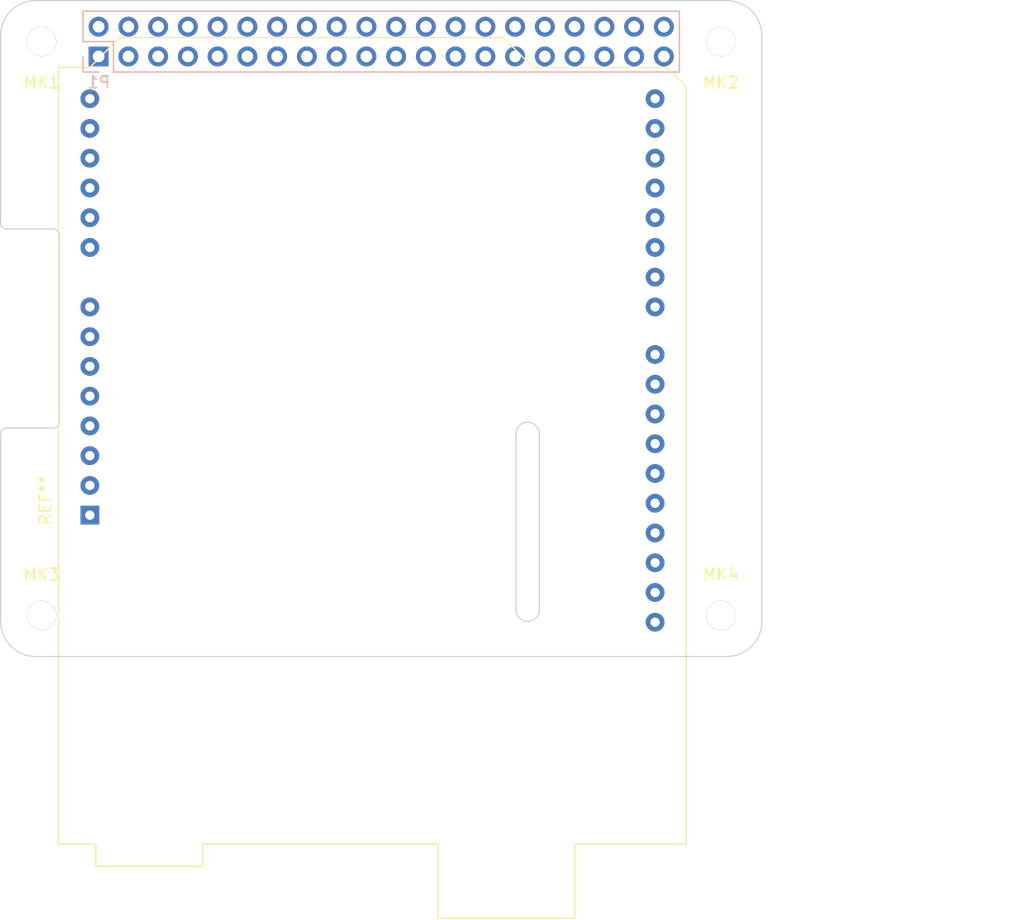
<source format=kicad_pcb>
(kicad_pcb (version 20190331) (host pcbnew "6.0.0-unknown-f1a38a6~86~ubuntu18.04.1")

  (general
    (thickness 1.6)
    (drawings 39)
    (tracks 0)
    (modules 6)
    (nets 32)
  )

  (page "A3")
  (title_block
    (date "15 nov 2012")
  )

  (layers
    (0 "F.Cu" signal)
    (31 "B.Cu" signal)
    (32 "B.Adhes" user)
    (33 "F.Adhes" user)
    (34 "B.Paste" user)
    (35 "F.Paste" user)
    (36 "B.SilkS" user)
    (37 "F.SilkS" user)
    (38 "B.Mask" user)
    (39 "F.Mask" user)
    (40 "Dwgs.User" user)
    (41 "Cmts.User" user)
    (42 "Eco1.User" user)
    (43 "Eco2.User" user)
    (44 "Edge.Cuts" user)
  )

  (setup
    (last_trace_width 0.2)
    (trace_clearance 0.2)
    (zone_clearance 0.508)
    (zone_45_only no)
    (trace_min 0.1524)
    (via_size 0.9)
    (via_drill 0.6)
    (via_min_size 0.8)
    (via_min_drill 0.5)
    (uvia_size 0.5)
    (uvia_drill 0.1)
    (uvias_allowed no)
    (uvia_min_size 0.5)
    (uvia_min_drill 0.1)
    (edge_width 0.1)
    (segment_width 0.1)
    (pcb_text_width 0.3)
    (pcb_text_size 1 1)
    (mod_edge_width 0.15)
    (mod_text_size 1 1)
    (mod_text_width 0.15)
    (pad_size 2.5 2.5)
    (pad_drill 2.5)
    (pad_to_mask_clearance 0)
    (aux_axis_origin 200 150)
    (grid_origin 200 150)
    (visible_elements 7FFFFFFF)
    (pcbplotparams
      (layerselection 0x00030_80000001)
      (usegerberextensions true)
      (usegerberattributes false)
      (usegerberadvancedattributes false)
      (creategerberjobfile false)
      (excludeedgelayer true)
      (linewidth 0.150000)
      (plotframeref false)
      (viasonmask false)
      (mode 1)
      (useauxorigin false)
      (hpglpennumber 1)
      (hpglpenspeed 20)
      (hpglpendiameter 15.000000)
      (psnegative false)
      (psa4output false)
      (plotreference true)
      (plotvalue true)
      (plotinvisibletext false)
      (padsonsilk false)
      (subtractmaskfromsilk false)
      (outputformat 1)
      (mirror false)
      (drillshape 1)
      (scaleselection 1)
      (outputdirectory ""))
  )

  (net 0 "")
  (net 1 "+3V3")
  (net 2 "+5V")
  (net 3 "GND")
  (net 4 "/ID_SD")
  (net 5 "/ID_SC")
  (net 6 "/GPIO5")
  (net 7 "/GPIO6")
  (net 8 "/GPIO26")
  (net 9 "/GPIO2(SDA1)")
  (net 10 "/GPIO3(SCL1)")
  (net 11 "/GPIO4(GCLK)")
  (net 12 "/GPIO14(TXD0)")
  (net 13 "/GPIO15(RXD0)")
  (net 14 "/GPIO17(GEN0)")
  (net 15 "/GPIO27(GEN2)")
  (net 16 "/GPIO22(GEN3)")
  (net 17 "/GPIO23(GEN4)")
  (net 18 "/GPIO24(GEN5)")
  (net 19 "/GPIO25(GEN6)")
  (net 20 "/GPIO18(GEN1)(PWM0)")
  (net 21 "/GPIO10(SPI0_MOSI)")
  (net 22 "/GPIO9(SPI0_MISO)")
  (net 23 "/GPIO11(SPI0_SCK)")
  (net 24 "/GPIO8(SPI0_CE_N)")
  (net 25 "/GPIO7(SPI1_CE_N)")
  (net 26 "/GPIO12(PWM0)")
  (net 27 "/GPIO13(PWM1)")
  (net 28 "/GPIO19(SPI1_MISO)")
  (net 29 "/GPIO16")
  (net 30 "/GPIO20(SPI1_MOSI)")
  (net 31 "/GPIO21(SPI1_SCK)")

  (net_class "Default" "This is the default net class."
    (clearance 0.2)
    (trace_width 0.2)
    (via_dia 0.9)
    (via_drill 0.6)
    (uvia_dia 0.5)
    (uvia_drill 0.1)
    (add_net "+3V3")
    (add_net "+5V")
    (add_net "/GPIO10(SPI0_MOSI)")
    (add_net "/GPIO11(SPI0_SCK)")
    (add_net "/GPIO12(PWM0)")
    (add_net "/GPIO13(PWM1)")
    (add_net "/GPIO14(TXD0)")
    (add_net "/GPIO15(RXD0)")
    (add_net "/GPIO16")
    (add_net "/GPIO17(GEN0)")
    (add_net "/GPIO18(GEN1)(PWM0)")
    (add_net "/GPIO19(SPI1_MISO)")
    (add_net "/GPIO2(SDA1)")
    (add_net "/GPIO20(SPI1_MOSI)")
    (add_net "/GPIO21(SPI1_SCK)")
    (add_net "/GPIO22(GEN3)")
    (add_net "/GPIO23(GEN4)")
    (add_net "/GPIO24(GEN5)")
    (add_net "/GPIO25(GEN6)")
    (add_net "/GPIO26")
    (add_net "/GPIO27(GEN2)")
    (add_net "/GPIO3(SCL1)")
    (add_net "/GPIO4(GCLK)")
    (add_net "/GPIO5")
    (add_net "/GPIO6")
    (add_net "/GPIO7(SPI1_CE_N)")
    (add_net "/GPIO8(SPI0_CE_N)")
    (add_net "/GPIO9(SPI0_MISO)")
    (add_net "/ID_SC")
    (add_net "/ID_SD")
    (add_net "GND")
  )

  (net_class "Power" ""
    (clearance 0.2)
    (trace_width 0.5)
    (via_dia 1)
    (via_drill 0.7)
    (uvia_dia 0.5)
    (uvia_drill 0.1)
  )

  (module "Module:Arduino_UNO_R3" (layer "F.Cu") (tedit 58AB60FC) (tstamp 5CD24AD4)
    (at 208.255 137.3 90)
    (descr "Arduino UNO R3, http://www.mouser.com/pdfdocs/Gravitech_Arduino_Nano3_0.pdf")
    (tags "Arduino UNO R3")
    (fp_text reference "REF**" (at 1.27 -3.81 270) (layer "F.SilkS")
      (effects (font (size 1 1) (thickness 0.15)))
    )
    (fp_text value "Arduino_UNO_R3" (at 0 22.86 90) (layer "F.Fab")
      (effects (font (size 1 1) (thickness 0.15)))
    )
    (fp_line (start -27.94 -2.54) (end 38.1 -2.54) (layer "F.Fab") (width 0.1))
    (fp_line (start -27.94 50.8) (end -27.94 -2.54) (layer "F.Fab") (width 0.1))
    (fp_line (start 36.58 50.8) (end -27.94 50.8) (layer "F.Fab") (width 0.1))
    (fp_line (start 38.1 49.28) (end 36.58 50.8) (layer "F.Fab") (width 0.1))
    (fp_line (start 38.1 0) (end 40.64 2.54) (layer "F.Fab") (width 0.1))
    (fp_line (start 38.1 -2.54) (end 38.1 0) (layer "F.Fab") (width 0.1))
    (fp_line (start 40.64 35.31) (end 38.1 37.85) (layer "F.Fab") (width 0.1))
    (fp_line (start 40.64 2.54) (end 40.64 35.31) (layer "F.Fab") (width 0.1))
    (fp_line (start 38.1 37.85) (end 38.1 49.28) (layer "F.Fab") (width 0.1))
    (fp_line (start -29.84 9.53) (end -29.84 0.64) (layer "F.Fab") (width 0.1))
    (fp_line (start -16.51 9.53) (end -29.84 9.53) (layer "F.Fab") (width 0.1))
    (fp_line (start -16.51 0.64) (end -16.51 9.53) (layer "F.Fab") (width 0.1))
    (fp_line (start -29.84 0.64) (end -16.51 0.64) (layer "F.Fab") (width 0.1))
    (fp_line (start -34.29 41.27) (end -34.29 29.84) (layer "F.Fab") (width 0.1))
    (fp_line (start -18.41 41.27) (end -34.29 41.27) (layer "F.Fab") (width 0.1))
    (fp_line (start -18.41 29.84) (end -18.41 41.27) (layer "F.Fab") (width 0.1))
    (fp_line (start -34.29 29.84) (end -18.41 29.84) (layer "F.Fab") (width 0.1))
    (fp_line (start 38.23 37.85) (end 40.77 35.31) (layer "F.SilkS") (width 0.12))
    (fp_line (start 38.23 49.28) (end 38.23 37.85) (layer "F.SilkS") (width 0.12))
    (fp_line (start 36.58 50.93) (end 38.23 49.28) (layer "F.SilkS") (width 0.12))
    (fp_line (start -28.07 50.93) (end 36.58 50.93) (layer "F.SilkS") (width 0.12))
    (fp_line (start -28.07 41.4) (end -28.07 50.93) (layer "F.SilkS") (width 0.12))
    (fp_line (start -34.42 41.4) (end -28.07 41.4) (layer "F.SilkS") (width 0.12))
    (fp_line (start -34.42 29.72) (end -34.42 41.4) (layer "F.SilkS") (width 0.12))
    (fp_line (start -28.07 29.72) (end -34.42 29.72) (layer "F.SilkS") (width 0.12))
    (fp_line (start -28.07 9.65) (end -28.07 29.72) (layer "F.SilkS") (width 0.12))
    (fp_line (start -29.97 9.65) (end -28.07 9.65) (layer "F.SilkS") (width 0.12))
    (fp_line (start -29.97 0.51) (end -29.97 9.65) (layer "F.SilkS") (width 0.12))
    (fp_line (start -28.07 0.51) (end -29.97 0.51) (layer "F.SilkS") (width 0.12))
    (fp_line (start -28.07 -2.67) (end -28.07 0.51) (layer "F.SilkS") (width 0.12))
    (fp_line (start 38.23 -2.67) (end -28.07 -2.67) (layer "F.SilkS") (width 0.12))
    (fp_line (start 38.23 0) (end 38.23 -2.67) (layer "F.SilkS") (width 0.12))
    (fp_line (start 40.77 2.54) (end 38.23 0) (layer "F.SilkS") (width 0.12))
    (fp_line (start 40.77 35.31) (end 40.77 2.54) (layer "F.SilkS") (width 0.12))
    (fp_line (start -28.19 -2.79) (end 38.35 -2.79) (layer "F.CrtYd") (width 0.05))
    (fp_line (start -28.19 0.38) (end -28.19 -2.79) (layer "F.CrtYd") (width 0.05))
    (fp_line (start -30.1 0.38) (end -28.19 0.38) (layer "F.CrtYd") (width 0.05))
    (fp_line (start -30.1 9.78) (end -30.1 0.38) (layer "F.CrtYd") (width 0.05))
    (fp_line (start -28.19 9.78) (end -30.1 9.78) (layer "F.CrtYd") (width 0.05))
    (fp_line (start -28.19 29.59) (end -28.19 9.78) (layer "F.CrtYd") (width 0.05))
    (fp_line (start -34.54 29.59) (end -28.19 29.59) (layer "F.CrtYd") (width 0.05))
    (fp_line (start -34.54 41.53) (end -34.54 29.59) (layer "F.CrtYd") (width 0.05))
    (fp_line (start -28.19 41.53) (end -34.54 41.53) (layer "F.CrtYd") (width 0.05))
    (fp_line (start -28.19 51.05) (end -28.19 41.53) (layer "F.CrtYd") (width 0.05))
    (fp_line (start 36.58 51.05) (end -28.19 51.05) (layer "F.CrtYd") (width 0.05))
    (fp_line (start 38.35 49.28) (end 36.58 51.05) (layer "F.CrtYd") (width 0.05))
    (fp_line (start 38.35 37.85) (end 38.35 49.28) (layer "F.CrtYd") (width 0.05))
    (fp_line (start 40.89 35.31) (end 38.35 37.85) (layer "F.CrtYd") (width 0.05))
    (fp_line (start 40.89 2.54) (end 40.89 35.31) (layer "F.CrtYd") (width 0.05))
    (fp_line (start 38.35 0) (end 40.89 2.54) (layer "F.CrtYd") (width 0.05))
    (fp_line (start 38.35 -2.79) (end 38.35 0) (layer "F.CrtYd") (width 0.05))
    (fp_text user "%R" (at 0 20.32 270) (layer "F.Fab")
      (effects (font (size 1 1) (thickness 0.15)))
    )
    (pad "16" thru_hole oval (at 33.02 48.26 180) (size 1.6 1.6) (drill 0.8) (layers *.Cu *.Mask))
    (pad "15" thru_hole oval (at 35.56 48.26 180) (size 1.6 1.6) (drill 0.8) (layers *.Cu *.Mask))
    (pad "30" thru_hole oval (at -4.06 48.26 180) (size 1.6 1.6) (drill 0.8) (layers *.Cu *.Mask))
    (pad "14" thru_hole oval (at 35.56 0 180) (size 1.6 1.6) (drill 0.8) (layers *.Cu *.Mask))
    (pad "29" thru_hole oval (at -1.52 48.26 180) (size 1.6 1.6) (drill 0.8) (layers *.Cu *.Mask))
    (pad "13" thru_hole oval (at 33.02 0 180) (size 1.6 1.6) (drill 0.8) (layers *.Cu *.Mask))
    (pad "28" thru_hole oval (at 1.02 48.26 180) (size 1.6 1.6) (drill 0.8) (layers *.Cu *.Mask))
    (pad "12" thru_hole oval (at 30.48 0 180) (size 1.6 1.6) (drill 0.8) (layers *.Cu *.Mask))
    (pad "27" thru_hole oval (at 3.56 48.26 180) (size 1.6 1.6) (drill 0.8) (layers *.Cu *.Mask))
    (pad "11" thru_hole oval (at 27.94 0 180) (size 1.6 1.6) (drill 0.8) (layers *.Cu *.Mask))
    (pad "26" thru_hole oval (at 6.1 48.26 180) (size 1.6 1.6) (drill 0.8) (layers *.Cu *.Mask))
    (pad "10" thru_hole oval (at 25.4 0 180) (size 1.6 1.6) (drill 0.8) (layers *.Cu *.Mask))
    (pad "25" thru_hole oval (at 8.64 48.26 180) (size 1.6 1.6) (drill 0.8) (layers *.Cu *.Mask))
    (pad "9" thru_hole oval (at 22.86 0 180) (size 1.6 1.6) (drill 0.8) (layers *.Cu *.Mask))
    (pad "24" thru_hole oval (at 11.18 48.26 180) (size 1.6 1.6) (drill 0.8) (layers *.Cu *.Mask))
    (pad "8" thru_hole oval (at 17.78 0 180) (size 1.6 1.6) (drill 0.8) (layers *.Cu *.Mask))
    (pad "23" thru_hole oval (at 13.72 48.26 180) (size 1.6 1.6) (drill 0.8) (layers *.Cu *.Mask))
    (pad "7" thru_hole oval (at 15.24 0 180) (size 1.6 1.6) (drill 0.8) (layers *.Cu *.Mask))
    (pad "22" thru_hole oval (at 17.78 48.26 180) (size 1.6 1.6) (drill 0.8) (layers *.Cu *.Mask))
    (pad "6" thru_hole oval (at 12.7 0 180) (size 1.6 1.6) (drill 0.8) (layers *.Cu *.Mask))
    (pad "21" thru_hole oval (at 20.32 48.26 180) (size 1.6 1.6) (drill 0.8) (layers *.Cu *.Mask))
    (pad "5" thru_hole oval (at 10.16 0 180) (size 1.6 1.6) (drill 0.8) (layers *.Cu *.Mask))
    (pad "20" thru_hole oval (at 22.86 48.26 180) (size 1.6 1.6) (drill 0.8) (layers *.Cu *.Mask))
    (pad "4" thru_hole oval (at 7.62 0 180) (size 1.6 1.6) (drill 0.8) (layers *.Cu *.Mask))
    (pad "19" thru_hole oval (at 25.4 48.26 180) (size 1.6 1.6) (drill 0.8) (layers *.Cu *.Mask))
    (pad "3" thru_hole oval (at 5.08 0 180) (size 1.6 1.6) (drill 0.8) (layers *.Cu *.Mask))
    (pad "18" thru_hole oval (at 27.94 48.26 180) (size 1.6 1.6) (drill 0.8) (layers *.Cu *.Mask))
    (pad "2" thru_hole oval (at 2.54 0 180) (size 1.6 1.6) (drill 0.8) (layers *.Cu *.Mask))
    (pad "17" thru_hole oval (at 30.48 48.26 180) (size 1.6 1.6) (drill 0.8) (layers *.Cu *.Mask))
    (pad "1" thru_hole rect (at 0 0 180) (size 1.6 1.6) (drill 0.8) (layers *.Cu *.Mask))
    (pad "31" thru_hole oval (at -6.6 48.26 180) (size 1.6 1.6) (drill 0.8) (layers *.Cu *.Mask))
    (pad "32" thru_hole oval (at -9.14 48.26 180) (size 1.6 1.6) (drill 0.8) (layers *.Cu *.Mask))
    (model "${KISYS3DMOD}/Module.3dshapes/Arduino_UNO_R3.wrl"
      (at (xyz 0 0 0))
      (scale (xyz 1 1 1))
      (rotate (xyz 0 0 0))
    )
  )

  (module "Socket_Strips:Socket_Strip_Straight_2x20_Pitch2.54mm" (layer "B.Cu") (tedit 58CD544A) (tstamp 5CD2450E)
    (at 209.005 98.135 270)
    (descr "Through hole straight socket strip, 2x20, 2.54mm pitch, double rows")
    (tags "Through hole socket strip THT 2x20 2.54mm double row")
    (path "/59AD464A")
    (fp_text reference "P1" (at 2.208 -0.012 180) (layer "B.SilkS")
      (effects (font (size 1 1) (thickness 0.15)) (justify mirror))
    )
    (fp_text value "Conn_02x20_Odd_Even" (at -1.27 -50.59 270) (layer "B.Fab")
      (effects (font (size 1 1) (thickness 0.15)) (justify mirror))
    )
    (fp_line (start -3.81 1.27) (end -3.81 -49.53) (layer "B.Fab") (width 0.1))
    (fp_line (start -3.81 -49.53) (end 1.27 -49.53) (layer "B.Fab") (width 0.1))
    (fp_line (start 1.27 -49.53) (end 1.27 1.27) (layer "B.Fab") (width 0.1))
    (fp_line (start 1.27 1.27) (end -3.81 1.27) (layer "B.Fab") (width 0.1))
    (fp_line (start 1.33 -1.27) (end 1.33 -49.59) (layer "B.SilkS") (width 0.12))
    (fp_line (start 1.33 -49.59) (end -3.87 -49.59) (layer "B.SilkS") (width 0.12))
    (fp_line (start -3.87 -49.59) (end -3.87 1.33) (layer "B.SilkS") (width 0.12))
    (fp_line (start -3.87 1.33) (end -1.27 1.33) (layer "B.SilkS") (width 0.12))
    (fp_line (start -1.27 1.33) (end -1.27 -1.27) (layer "B.SilkS") (width 0.12))
    (fp_line (start -1.27 -1.27) (end 1.33 -1.27) (layer "B.SilkS") (width 0.12))
    (fp_line (start 1.33 0) (end 1.33 1.33) (layer "B.SilkS") (width 0.12))
    (fp_line (start 1.33 1.33) (end 0.06 1.33) (layer "B.SilkS") (width 0.12))
    (fp_line (start -4.35 1.8) (end -4.35 -50.05) (layer "B.CrtYd") (width 0.05))
    (fp_line (start -4.35 -50.05) (end 1.8 -50.05) (layer "B.CrtYd") (width 0.05))
    (fp_line (start 1.8 -50.05) (end 1.8 1.8) (layer "B.CrtYd") (width 0.05))
    (fp_line (start 1.8 1.8) (end -4.35 1.8) (layer "B.CrtYd") (width 0.05))
    (fp_text user "%R" (at -1.27 2.33 270) (layer "B.Fab")
      (effects (font (size 1 1) (thickness 0.15)) (justify mirror))
    )
    (pad "1" thru_hole rect (at 0 0 270) (size 1.7 1.7) (drill 1) (layers *.Cu *.Mask)
      (net 1 "+3V3"))
    (pad "2" thru_hole oval (at -2.54 0 270) (size 1.7 1.7) (drill 1) (layers *.Cu *.Mask)
      (net 2 "+5V"))
    (pad "3" thru_hole oval (at 0 -2.54 270) (size 1.7 1.7) (drill 1) (layers *.Cu *.Mask)
      (net 9 "/GPIO2(SDA1)"))
    (pad "4" thru_hole oval (at -2.54 -2.54 270) (size 1.7 1.7) (drill 1) (layers *.Cu *.Mask)
      (net 2 "+5V"))
    (pad "5" thru_hole oval (at 0 -5.08 270) (size 1.7 1.7) (drill 1) (layers *.Cu *.Mask)
      (net 10 "/GPIO3(SCL1)"))
    (pad "6" thru_hole oval (at -2.54 -5.08 270) (size 1.7 1.7) (drill 1) (layers *.Cu *.Mask)
      (net 3 "GND"))
    (pad "7" thru_hole oval (at 0 -7.62 270) (size 1.7 1.7) (drill 1) (layers *.Cu *.Mask)
      (net 11 "/GPIO4(GCLK)"))
    (pad "8" thru_hole oval (at -2.54 -7.62 270) (size 1.7 1.7) (drill 1) (layers *.Cu *.Mask)
      (net 12 "/GPIO14(TXD0)"))
    (pad "9" thru_hole oval (at 0 -10.16 270) (size 1.7 1.7) (drill 1) (layers *.Cu *.Mask)
      (net 3 "GND"))
    (pad "10" thru_hole oval (at -2.54 -10.16 270) (size 1.7 1.7) (drill 1) (layers *.Cu *.Mask)
      (net 13 "/GPIO15(RXD0)"))
    (pad "11" thru_hole oval (at 0 -12.7 270) (size 1.7 1.7) (drill 1) (layers *.Cu *.Mask)
      (net 14 "/GPIO17(GEN0)"))
    (pad "12" thru_hole oval (at -2.54 -12.7 270) (size 1.7 1.7) (drill 1) (layers *.Cu *.Mask)
      (net 20 "/GPIO18(GEN1)(PWM0)"))
    (pad "13" thru_hole oval (at 0 -15.24 270) (size 1.7 1.7) (drill 1) (layers *.Cu *.Mask)
      (net 15 "/GPIO27(GEN2)"))
    (pad "14" thru_hole oval (at -2.54 -15.24 270) (size 1.7 1.7) (drill 1) (layers *.Cu *.Mask)
      (net 3 "GND"))
    (pad "15" thru_hole oval (at 0 -17.78 270) (size 1.7 1.7) (drill 1) (layers *.Cu *.Mask)
      (net 16 "/GPIO22(GEN3)"))
    (pad "16" thru_hole oval (at -2.54 -17.78 270) (size 1.7 1.7) (drill 1) (layers *.Cu *.Mask)
      (net 17 "/GPIO23(GEN4)"))
    (pad "17" thru_hole oval (at 0 -20.32 270) (size 1.7 1.7) (drill 1) (layers *.Cu *.Mask)
      (net 1 "+3V3"))
    (pad "18" thru_hole oval (at -2.54 -20.32 270) (size 1.7 1.7) (drill 1) (layers *.Cu *.Mask)
      (net 18 "/GPIO24(GEN5)"))
    (pad "19" thru_hole oval (at 0 -22.86 270) (size 1.7 1.7) (drill 1) (layers *.Cu *.Mask)
      (net 21 "/GPIO10(SPI0_MOSI)"))
    (pad "20" thru_hole oval (at -2.54 -22.86 270) (size 1.7 1.7) (drill 1) (layers *.Cu *.Mask)
      (net 3 "GND"))
    (pad "21" thru_hole oval (at 0 -25.4 270) (size 1.7 1.7) (drill 1) (layers *.Cu *.Mask)
      (net 22 "/GPIO9(SPI0_MISO)"))
    (pad "22" thru_hole oval (at -2.54 -25.4 270) (size 1.7 1.7) (drill 1) (layers *.Cu *.Mask)
      (net 19 "/GPIO25(GEN6)"))
    (pad "23" thru_hole oval (at 0 -27.94 270) (size 1.7 1.7) (drill 1) (layers *.Cu *.Mask)
      (net 23 "/GPIO11(SPI0_SCK)"))
    (pad "24" thru_hole oval (at -2.54 -27.94 270) (size 1.7 1.7) (drill 1) (layers *.Cu *.Mask)
      (net 24 "/GPIO8(SPI0_CE_N)"))
    (pad "25" thru_hole oval (at 0 -30.48 270) (size 1.7 1.7) (drill 1) (layers *.Cu *.Mask)
      (net 3 "GND"))
    (pad "26" thru_hole oval (at -2.54 -30.48 270) (size 1.7 1.7) (drill 1) (layers *.Cu *.Mask)
      (net 25 "/GPIO7(SPI1_CE_N)"))
    (pad "27" thru_hole oval (at 0 -33.02 270) (size 1.7 1.7) (drill 1) (layers *.Cu *.Mask)
      (net 4 "/ID_SD"))
    (pad "28" thru_hole oval (at -2.54 -33.02 270) (size 1.7 1.7) (drill 1) (layers *.Cu *.Mask)
      (net 5 "/ID_SC"))
    (pad "29" thru_hole oval (at 0 -35.56 270) (size 1.7 1.7) (drill 1) (layers *.Cu *.Mask)
      (net 6 "/GPIO5"))
    (pad "30" thru_hole oval (at -2.54 -35.56 270) (size 1.7 1.7) (drill 1) (layers *.Cu *.Mask)
      (net 3 "GND"))
    (pad "31" thru_hole oval (at 0 -38.1 270) (size 1.7 1.7) (drill 1) (layers *.Cu *.Mask)
      (net 7 "/GPIO6"))
    (pad "32" thru_hole oval (at -2.54 -38.1 270) (size 1.7 1.7) (drill 1) (layers *.Cu *.Mask)
      (net 26 "/GPIO12(PWM0)"))
    (pad "33" thru_hole oval (at 0 -40.64 270) (size 1.7 1.7) (drill 1) (layers *.Cu *.Mask)
      (net 27 "/GPIO13(PWM1)"))
    (pad "34" thru_hole oval (at -2.54 -40.64 270) (size 1.7 1.7) (drill 1) (layers *.Cu *.Mask)
      (net 3 "GND"))
    (pad "35" thru_hole oval (at 0 -43.18 270) (size 1.7 1.7) (drill 1) (layers *.Cu *.Mask)
      (net 28 "/GPIO19(SPI1_MISO)"))
    (pad "36" thru_hole oval (at -2.54 -43.18 270) (size 1.7 1.7) (drill 1) (layers *.Cu *.Mask)
      (net 29 "/GPIO16"))
    (pad "37" thru_hole oval (at 0 -45.72 270) (size 1.7 1.7) (drill 1) (layers *.Cu *.Mask)
      (net 8 "/GPIO26"))
    (pad "38" thru_hole oval (at -2.54 -45.72 270) (size 1.7 1.7) (drill 1) (layers *.Cu *.Mask)
      (net 30 "/GPIO20(SPI1_MOSI)"))
    (pad "39" thru_hole oval (at 0 -48.26 270) (size 1.7 1.7) (drill 1) (layers *.Cu *.Mask)
      (net 3 "GND"))
    (pad "40" thru_hole oval (at -2.54 -48.26 270) (size 1.7 1.7) (drill 1) (layers *.Cu *.Mask)
      (net 31 "/GPIO21(SPI1_SCK)"))
    (model "${KISYS3DMOD}/Socket_Strips.3dshapes/Socket_Strip_Straight_2x20_Pitch2.54mm.wrl"
      (offset (xyz -1.269999980926514 -24.12999963760376 0))
      (scale (xyz 1 1 1))
      (rotate (xyz 0 0 270))
    )
  )

  (module "Mounting_Holes:MountingHole_2-5mm" (layer "F.Cu") (tedit 5834FC00) (tstamp 5CD2460F)
    (at 204.135 96.865 180)
    (descr "Mounting hole, Befestigungsbohrung, 2,5mm, No Annular, Kein Restring,")
    (tags "Mounting hole, Befestigungsbohrung, 2,5mm, No Annular, Kein Restring,")
    (path "/5834FB2E")
    (fp_text reference "MK1" (at 0 -3.50012 180) (layer "F.SilkS")
      (effects (font (size 1 1) (thickness 0.15)))
    )
    (fp_text value "M2.5" (at 0.09906 3.59918 180) (layer "F.Fab")
      (effects (font (size 1 1) (thickness 0.15)))
    )
    (fp_circle (center 0 0) (end 2.5 0) (layer "Cmts.User") (width 0.381))
    (pad "1" thru_hole circle (at 0 0 180) (size 2.5 2.5) (drill 2.5) (layers *.Cu *.Mask)
      (solder_mask_margin 1.25) (clearance 1.35))
  )

  (module "Mounting_Holes:MountingHole_2-5mm" (layer "F.Cu") (tedit 5834FC0B) (tstamp 5CD245A3)
    (at 262.135 96.865 180)
    (descr "Mounting hole, Befestigungsbohrung, 2,5mm, No Annular, Kein Restring,")
    (tags "Mounting hole, Befestigungsbohrung, 2,5mm, No Annular, Kein Restring,")
    (path "/5834FC19")
    (fp_text reference "MK2" (at 0 -3.50012 180) (layer "F.SilkS")
      (effects (font (size 1 1) (thickness 0.15)))
    )
    (fp_text value "M2.5" (at 0.09906 3.59918 180) (layer "F.Fab")
      (effects (font (size 1 1) (thickness 0.15)))
    )
    (fp_circle (center 0 0) (end 2.5 0) (layer "Cmts.User") (width 0.381))
    (pad "1" thru_hole circle (at 0 0 180) (size 2.5 2.5) (drill 2.5) (layers *.Cu *.Mask)
      (solder_mask_margin 1.25) (clearance 1.35))
  )

  (module "Mounting_Holes:MountingHole_2-5mm" (layer "F.Cu") (tedit 5834FC1C) (tstamp 5CD24594)
    (at 204.135 145.865)
    (descr "Mounting hole, Befestigungsbohrung, 2,5mm, No Annular, Kein Restring,")
    (tags "Mounting hole, Befestigungsbohrung, 2,5mm, No Annular, Kein Restring,")
    (path "/5834FBEF")
    (fp_text reference "MK3" (at 0 -3.50012) (layer "F.SilkS")
      (effects (font (size 1 1) (thickness 0.15)))
    )
    (fp_text value "M2.5" (at 0.09906 3.59918) (layer "F.Fab")
      (effects (font (size 1 1) (thickness 0.15)))
    )
    (fp_circle (center 0 0) (end 2.5 0) (layer "Cmts.User") (width 0.381))
    (pad "1" thru_hole circle (at 0 0) (size 2.5 2.5) (drill 2.5) (layers *.Cu *.Mask)
      (solder_mask_margin 1.25) (clearance 1.35))
  )

  (module "Mounting_Holes:MountingHole_2-5mm" (layer "F.Cu") (tedit 5834FC15) (tstamp 5CD245B5)
    (at 262.135 145.865)
    (descr "Mounting hole, Befestigungsbohrung, 2,5mm, No Annular, Kein Restring,")
    (tags "Mounting hole, Befestigungsbohrung, 2,5mm, No Annular, Kein Restring,")
    (path "/5834FC4F")
    (fp_text reference "MK4" (at 0 -3.50012) (layer "F.SilkS")
      (effects (font (size 1 1) (thickness 0.15)))
    )
    (fp_text value "M2.5" (at 0.09906 3.59918) (layer "F.Fab")
      (effects (font (size 1 1) (thickness 0.15)))
    )
    (fp_circle (center 0 0) (end 2.5 0) (layer "Cmts.User") (width 0.381))
    (pad "1" thru_hole circle (at 0 0) (size 2.5 2.5) (drill 2.5) (layers *.Cu *.Mask)
      (solder_mask_margin 1.25) (clearance 1.35))
  )

  (gr_line (start 244.635 145.365) (end 244.635 130.365) (layer "Edge.Cuts") (width 0.1) (tstamp 5CD244BB))
  (gr_line (start 246.635 130.365) (end 246.635 145.365) (layer "Edge.Cuts") (width 0.1) (tstamp 5CD244BE))
  (gr_arc (start 245.635 130.365) (end 244.635 130.365) (angle 180) (layer "Edge.Cuts") (width 0.1) (tstamp 5CD2458A))
  (gr_arc (start 245.635 145.365) (end 246.635 145.365) (angle 180) (layer "Edge.Cuts") (width 0.1) (tstamp 5CD2458D))
  (gr_arc (start 201.135 130.365) (end 200.635 130.365) (angle 89.9) (layer "Edge.Cuts") (width 0.1) (tstamp 5CD24608))
  (gr_arc (start 205.135 129.365) (end 205.635 129.365) (angle 90) (layer "Edge.Cuts") (width 0.1) (tstamp 5CD245F9))
  (gr_arc (start 201.135 112.365) (end 201.135 112.865) (angle 90) (layer "Edge.Cuts") (width 0.1) (tstamp 5CD245C0))
  (gr_arc (start 205.135 113.365) (end 205.135 112.865) (angle 90) (layer "Edge.Cuts") (width 0.1) (tstamp 5CD245AE))
  (gr_line (start 200.635 112.365) (end 200.635 130.365) (layer "Dwgs.User") (width 0.1) (tstamp 5CD245E7))
  (gr_line (start 200.635 96.365) (end 200.635 112.365) (layer "Edge.Cuts") (width 0.1) (tstamp 5CD24587))
  (gr_text "DISPLAY" (at 203.135 121.365 90) (layer "Dwgs.User") (tstamp 5CD244D0)
    (effects (font (size 1 1) (thickness 0.15)))
  )
  (gr_text "CAMERA" (at 245.635 138.365 90) (layer "Dwgs.User") (tstamp 5CD244C1)
    (effects (font (size 1 1) (thickness 0.15)))
  )
  (gr_text "RJ45" (at 276.835 139.205) (layer "Dwgs.User") (tstamp 5CD244C7)
    (effects (font (size 2 2) (thickness 0.15)))
  )
  (gr_text "USB" (at 278.359 120.917) (layer "Dwgs.User") (tstamp 5CD244C4)
    (effects (font (size 2 2) (thickness 0.15)))
  )
  (gr_text "USB" (at 278.867 101.613) (layer "Dwgs.User") (tstamp 5CD244CA)
    (effects (font (size 2 2) (thickness 0.15)))
  )
  (gr_arc (start 262.635 96.365) (end 262.635 93.365) (angle 90) (layer "Edge.Cuts") (width 0.1) (tstamp 5CD245CC))
  (gr_arc (start 262.635 146.365) (end 265.635 146.365) (angle 90) (layer "Edge.Cuts") (width 0.1) (tstamp 5CD245EA))
  (gr_arc (start 203.635 146.365) (end 203.635 149.365) (angle 90) (layer "Edge.Cuts") (width 0.1) (tstamp 5CD24605))
  (gr_arc (start 203.635 96.365) (end 200.635 96.365) (angle 90) (layer "Edge.Cuts") (width 0.1) (tstamp 5CD245F0))
  (gr_line (start 270.535 113.815) (end 287.635 113.815) (layer "Dwgs.User") (width 0.1) (tstamp 5CD245E4))
  (gr_line (start 262.635 93.365) (end 203.635 93.365) (layer "Edge.Cuts") (width 0.1) (tstamp 5CD245C3))
  (gr_line (start 270.535 126.915) (end 270.535 113.815) (layer "Dwgs.User") (width 0.1) (tstamp 5CD245C9))
  (gr_line (start 287.635 126.915) (end 270.535 126.915) (layer "Dwgs.User") (width 0.1) (tstamp 5CD245C6))
  (gr_line (start 287.635 113.815) (end 287.635 126.915) (layer "Dwgs.User") (width 0.1) (tstamp 5CD245E1))
  (gr_line (start 205.135 129.865) (end 201.135 129.865) (layer "Edge.Cuts") (width 0.1) (tstamp 5CD2461A))
  (gr_line (start 205.635 113.365) (end 205.635 129.365) (layer "Edge.Cuts") (width 0.1) (tstamp 5CD245D8))
  (gr_line (start 201.135 112.865) (end 205.135 112.865) (layer "Edge.Cuts") (width 0.1) (tstamp 5CD245FF))
  (gr_line (start 266.635 147.04) (end 266.635 131.19) (layer "Dwgs.User") (width 0.1) (tstamp 5CD2461D))
  (gr_line (start 287.635 147.04) (end 266.635 147.04) (layer "Dwgs.User") (width 0.1) (tstamp 5CD245D5))
  (gr_line (start 287.635 131.19) (end 287.635 147.04) (layer "Dwgs.User") (width 0.1) (tstamp 5CD245DB))
  (gr_line (start 266.635 131.19) (end 287.635 131.19) (layer "Dwgs.User") (width 0.1) (tstamp 5CD245DE))
  (gr_line (start 265.635 146.365) (end 265.635 96.365) (layer "Edge.Cuts") (width 0.1) (tstamp 5CD24602))
  (gr_line (start 203.635 149.365) (end 262.635 149.365) (layer "Edge.Cuts") (width 0.1) (tstamp 5CD245ED))
  (gr_line (start 200.635 130.365) (end 200.635 146.365) (layer "Edge.Cuts") (width 0.1) (tstamp 5CD245CF))
  (gr_line (start 270.535 108.820925) (end 270.535 95.720925) (layer "Dwgs.User") (width 0.1) (tstamp 5CD245FC))
  (gr_line (start 287.635 108.820925) (end 270.535 108.820925) (layer "Dwgs.User") (width 0.1) (tstamp 5CD245F3))
  (gr_line (start 287.635 95.720925) (end 287.635 108.820925) (layer "Dwgs.User") (width 0.1) (tstamp 5CD245D2))
  (gr_line (start 270.535 95.720925) (end 287.635 95.720925) (layer "Dwgs.User") (width 0.1) (tstamp 5CD245F6))
  (gr_text "RASPBERRY-PI 40-PIN ADDON BOARD\nVIEW FROM TOP\nNOTE: P1 SHOULD BE FITTED ON THE REVERSE OF THE BOARD\n\nADD EDGE CUTS FROM CAMERA AND DISPLAY PORTS AS REQUIRED" (at 203.175 159.525) (layer "Dwgs.User") (tstamp 5CD244CD)
    (effects (font (size 2 1.7) (thickness 0.12)) (justify left))
  )

)

</source>
